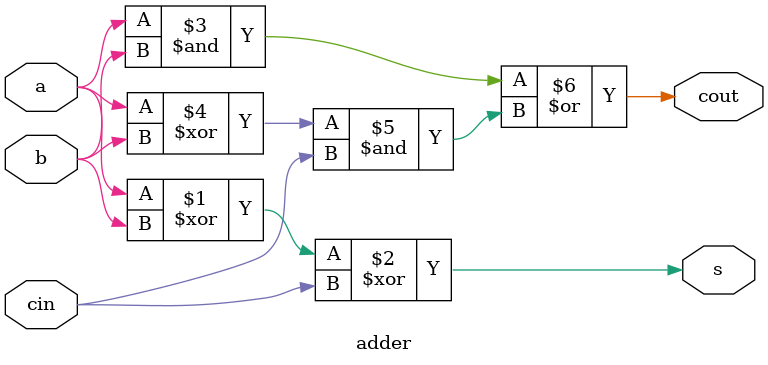
<source format=sv>
module adder(a,b,cin,s,cout);
  input a,b,cin;
  output s,cout;
  assign s = a^b^cin;
  assign cout = (a&b)|((a^b)&cin);
endmodule

</source>
